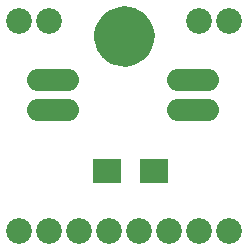
<source format=gbs>
G04 #@! TF.FileFunction,Soldermask,Bot*
%FSLAX46Y46*%
G04 Gerber Fmt 4.6, Leading zero omitted, Abs format (unit mm)*
G04 Created by KiCad (PCBNEW 4.0.7) date 09/17/17 22:01:51*
%MOMM*%
%LPD*%
G01*
G04 APERTURE LIST*
%ADD10C,0.100000*%
%ADD11R,2.400000X2.100000*%
%ADD12C,2.178000*%
%ADD13O,4.400000X1.900000*%
%ADD14C,0.254000*%
G04 APERTURE END LIST*
D10*
D11*
X63733680Y-52550060D03*
X59733680Y-52550060D03*
D12*
X52303680Y-39850060D03*
X54843680Y-39850060D03*
X67543680Y-39850060D03*
X70083680Y-39850060D03*
X52303680Y-57630060D03*
X54843680Y-57630060D03*
X57383680Y-57630060D03*
X59923680Y-57630060D03*
X62463680Y-57630060D03*
X65003680Y-57630060D03*
X67543680Y-57630060D03*
X70083680Y-57630060D03*
D13*
X55224680Y-44803060D03*
X55224680Y-47343060D03*
X67035680Y-44803060D03*
X67035680Y-47343060D03*
D14*
G36*
X61625718Y-38705858D02*
X62034834Y-38850251D01*
X62350672Y-38996023D01*
X62640559Y-39189281D01*
X63004106Y-39504354D01*
X63244998Y-39841603D01*
X63511630Y-40326389D01*
X63631071Y-40899705D01*
X63582927Y-41525571D01*
X63411533Y-42015269D01*
X63265491Y-42380372D01*
X63053041Y-42687245D01*
X62741140Y-42975154D01*
X62326067Y-43243731D01*
X62013990Y-43387766D01*
X61650852Y-43484603D01*
X61315374Y-43532528D01*
X60907288Y-43508523D01*
X60493093Y-43411065D01*
X60154756Y-43290231D01*
X59819672Y-43098754D01*
X59456281Y-42783815D01*
X59238502Y-42517642D01*
X59046088Y-42229019D01*
X58901796Y-41868291D01*
X58780680Y-41383826D01*
X58780680Y-40951732D01*
X58853283Y-40467712D01*
X58998239Y-40105322D01*
X59143571Y-39814657D01*
X59333091Y-39554068D01*
X59625358Y-39286156D01*
X59745838Y-39189772D01*
X59988845Y-39019668D01*
X60278741Y-38874719D01*
X60539541Y-38779883D01*
X60856650Y-38731097D01*
X61199196Y-38682162D01*
X61625718Y-38705858D01*
X61625718Y-38705858D01*
G37*
X61625718Y-38705858D02*
X62034834Y-38850251D01*
X62350672Y-38996023D01*
X62640559Y-39189281D01*
X63004106Y-39504354D01*
X63244998Y-39841603D01*
X63511630Y-40326389D01*
X63631071Y-40899705D01*
X63582927Y-41525571D01*
X63411533Y-42015269D01*
X63265491Y-42380372D01*
X63053041Y-42687245D01*
X62741140Y-42975154D01*
X62326067Y-43243731D01*
X62013990Y-43387766D01*
X61650852Y-43484603D01*
X61315374Y-43532528D01*
X60907288Y-43508523D01*
X60493093Y-43411065D01*
X60154756Y-43290231D01*
X59819672Y-43098754D01*
X59456281Y-42783815D01*
X59238502Y-42517642D01*
X59046088Y-42229019D01*
X58901796Y-41868291D01*
X58780680Y-41383826D01*
X58780680Y-40951732D01*
X58853283Y-40467712D01*
X58998239Y-40105322D01*
X59143571Y-39814657D01*
X59333091Y-39554068D01*
X59625358Y-39286156D01*
X59745838Y-39189772D01*
X59988845Y-39019668D01*
X60278741Y-38874719D01*
X60539541Y-38779883D01*
X60856650Y-38731097D01*
X61199196Y-38682162D01*
X61625718Y-38705858D01*
M02*

</source>
